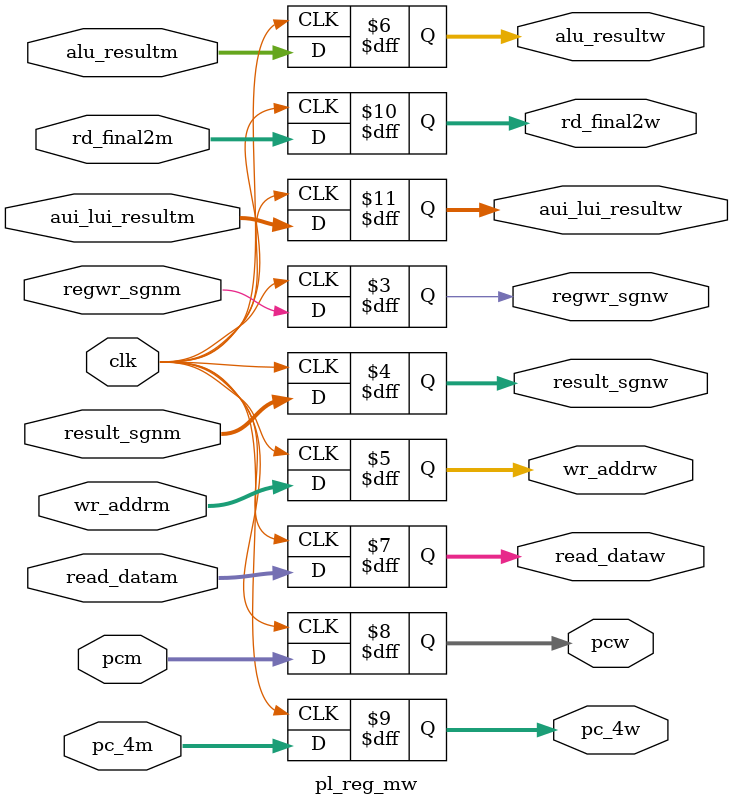
<source format=v>
module pl_reg_mw(clk,regwr_sgnm,result_sgnm,alu_resultm,read_datam,wr_addrm,pcm,pc_4m,rd_final2m,aui_lui_resultm,regwr_sgnw,result_sgnw,alu_resultw,read_dataw,wr_addrw,pcw,pc_4w,rd_final2w,aui_lui_resultw);
input clk;
input regwr_sgnm;
input [1:0] result_sgnm;
input [4:0] wr_addrm;
input [31:0] alu_resultm,read_datam,pcm,pc_4m,rd_final2m,aui_lui_resultm;

output reg regwr_sgnw;
output reg [1:0] result_sgnw;
output reg [4:0] wr_addrw;
output reg [31:0] alu_resultw,read_dataw,pcw,pc_4w,rd_final2w,aui_lui_resultw;

initial
begin
{ regwr_sgnw,result_sgnw,alu_resultw,read_dataw,wr_addrw,pcw,pc_4w,rd_final2w,aui_lui_resultw } =0;
end

always@(posedge clk)
begin
{ regwr_sgnw,result_sgnw,alu_resultw,read_dataw,wr_addrw,pcw,pc_4w,rd_final2w,aui_lui_resultw } <= { regwr_sgnm,result_sgnm,alu_resultm,read_datam,wr_addrm,pcm,pc_4m,rd_final2m,aui_lui_resultm };
end

endmodule



</source>
